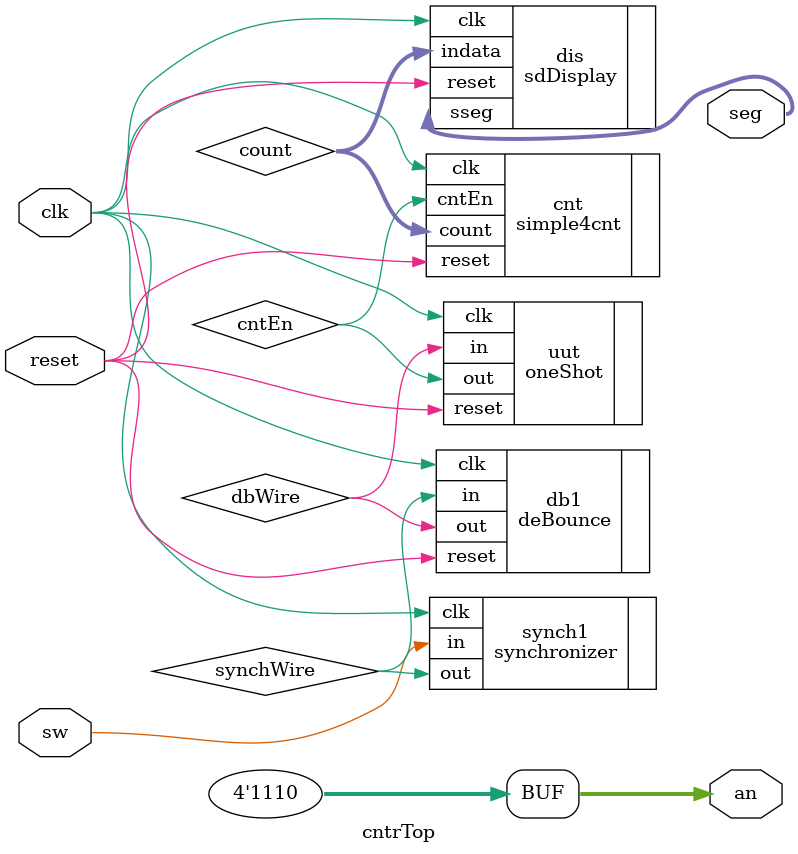
<source format=v>
module cntrTop(
    input reset,
    input sw,
    output [3:0] an,
    output [7:0] seg,
    input clk
    );
    
    wire synchWire, dbWire, cntEn;
    wire [3:0] count;
    assign an = 4'b1110;
    
    synchronizer #(.NUMBITS(1)) synch1 (.clk(clk), .in(sw), .out(synchWire));
    deBounce #(.CLKSPDMHZ(100),.DELAYMS(5)) db1(.clk(clk), .reset(reset), .in(synchWire), .out(dbWire));
    oneShot uut(.clk(clk), .in(dbWire), .out(cntEn), .reset(reset));
    simple4cnt cnt(.clk(clk), .reset(reset), .cntEn(cntEn), .count(count));
    sdDisplay dis(.indata(count), .clk(clk), .sseg(seg), .reset(reset));
       
endmodule

</source>
